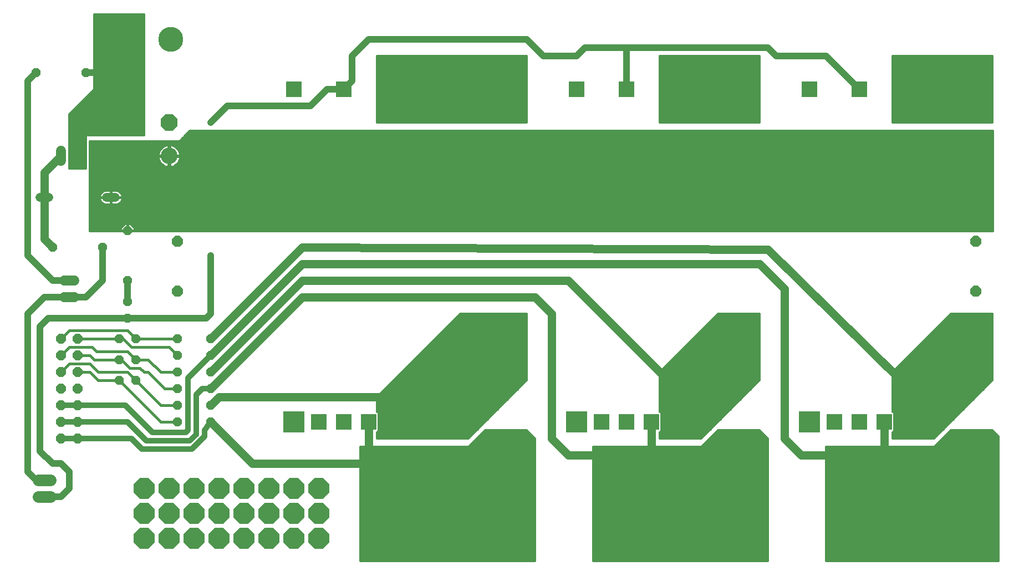
<source format=gtl>
G75*
%MOIN*%
%OFA0B0*%
%FSLAX25Y25*%
%IPPOS*%
%LPD*%
%AMOC8*
5,1,8,0,0,1.08239X$1,22.5*
%
%ADD10C,0.10000*%
%ADD11OC8,0.10000*%
%ADD12C,0.07050*%
%ADD13OC8,0.05200*%
%ADD14C,0.06000*%
%ADD15C,0.05200*%
%ADD16R,0.09449X0.09449*%
%ADD17R,0.12661X0.12661*%
%ADD18OC8,0.06600*%
%ADD19OC8,0.06000*%
%ADD20OC8,0.12500*%
%ADD21R,0.15000X0.15000*%
%ADD22C,0.15000*%
%ADD23C,0.07087*%
%ADD24C,0.04000*%
%ADD25C,0.01600*%
%ADD26C,0.03562*%
%ADD27C,0.01200*%
%ADD28C,0.05000*%
%ADD29C,0.03200*%
D10*
X0330000Y0510000D03*
D11*
X0330000Y0530000D03*
D12*
X0531475Y0540000D02*
X0538525Y0540000D01*
X0538525Y0560000D02*
X0531475Y0560000D01*
X0531475Y0500000D02*
X0538525Y0500000D01*
X0538525Y0480000D02*
X0531475Y0480000D01*
X0671475Y0480000D02*
X0678525Y0480000D01*
X0678525Y0500000D02*
X0671475Y0500000D01*
X0671475Y0540000D02*
X0678525Y0540000D01*
X0678525Y0560000D02*
X0671475Y0560000D01*
X0811475Y0560000D02*
X0818525Y0560000D01*
X0818525Y0540000D02*
X0811475Y0540000D01*
X0811475Y0500000D02*
X0818525Y0500000D01*
X0818525Y0480000D02*
X0811475Y0480000D01*
D13*
X0355000Y0400000D03*
X0355000Y0390000D03*
X0355000Y0380000D03*
X0355000Y0370000D03*
X0355000Y0360000D03*
X0355000Y0350000D03*
X0335000Y0350000D03*
X0335000Y0360000D03*
X0335000Y0370000D03*
X0335000Y0380000D03*
X0335000Y0390000D03*
X0335000Y0400000D03*
X0310000Y0400000D03*
X0300000Y0400000D03*
X0300000Y0387500D03*
X0310000Y0387500D03*
X0310000Y0375000D03*
X0300000Y0375000D03*
X0305000Y0412500D03*
X0305000Y0422500D03*
X0305000Y0435000D03*
X0290000Y0455000D03*
X0305000Y0465000D03*
X0260000Y0455000D03*
X0250000Y0560000D03*
X0280000Y0560000D03*
D14*
X0275000Y0513000D02*
X0275000Y0507000D01*
X0265000Y0507000D02*
X0265000Y0513000D01*
X0285000Y0513000D02*
X0285000Y0507000D01*
X0273000Y0435000D02*
X0267000Y0435000D01*
X0267000Y0425000D02*
X0273000Y0425000D01*
D15*
X0257600Y0485000D02*
X0252400Y0485000D01*
X0292400Y0485000D02*
X0297600Y0485000D01*
D16*
X0405000Y0550000D03*
X0435000Y0550000D03*
X0465000Y0550000D03*
X0575000Y0550000D03*
X0605000Y0550000D03*
X0635000Y0550000D03*
X0715000Y0550000D03*
X0745000Y0550000D03*
X0775000Y0550000D03*
X0760000Y0350000D03*
X0745000Y0350000D03*
X0730000Y0350000D03*
X0620000Y0350000D03*
X0605000Y0350000D03*
X0590000Y0350000D03*
X0450000Y0350000D03*
X0435000Y0350000D03*
X0420000Y0350000D03*
D17*
X0405000Y0350000D03*
X0465000Y0350000D03*
X0575000Y0350000D03*
X0635000Y0350000D03*
X0715000Y0350000D03*
X0775000Y0350000D03*
D18*
X0815000Y0428750D03*
X0815000Y0458750D03*
X0335000Y0458750D03*
X0335000Y0428750D03*
D19*
X0275000Y0400000D03*
X0275000Y0390000D03*
X0265000Y0390000D03*
X0265000Y0400000D03*
X0265000Y0380000D03*
X0265000Y0370000D03*
X0265000Y0360000D03*
X0265000Y0350000D03*
X0275000Y0350000D03*
X0275000Y0360000D03*
X0275000Y0370000D03*
X0275000Y0380000D03*
X0275000Y0340000D03*
X0265000Y0340000D03*
X0535000Y0315000D03*
X0535000Y0405000D03*
X0675000Y0405000D03*
X0675000Y0315000D03*
X0815000Y0315000D03*
X0815000Y0405000D03*
D20*
X0315000Y0280000D03*
X0315000Y0295000D03*
X0330000Y0295000D03*
X0330000Y0280000D03*
X0345000Y0280000D03*
X0345000Y0295000D03*
X0345000Y0310000D03*
X0330000Y0310000D03*
X0315000Y0310000D03*
X0360000Y0310000D03*
X0375000Y0310000D03*
X0375000Y0295000D03*
X0375000Y0280000D03*
X0360000Y0280000D03*
X0360000Y0295000D03*
X0390000Y0295000D03*
X0390000Y0280000D03*
X0405000Y0280000D03*
X0405000Y0295000D03*
X0405000Y0310000D03*
X0390000Y0310000D03*
X0420000Y0310000D03*
X0420000Y0295000D03*
X0420000Y0280000D03*
X0460000Y0280000D03*
X0460000Y0295000D03*
X0475000Y0295000D03*
X0475000Y0280000D03*
X0490000Y0280000D03*
X0490000Y0295000D03*
X0505000Y0295000D03*
X0505000Y0280000D03*
X0520000Y0280000D03*
X0520000Y0295000D03*
X0535000Y0295000D03*
X0535000Y0280000D03*
X0600000Y0280000D03*
X0600000Y0295000D03*
X0615000Y0295000D03*
X0615000Y0280000D03*
X0630000Y0280000D03*
X0630000Y0295000D03*
X0645000Y0295000D03*
X0645000Y0280000D03*
X0660000Y0280000D03*
X0660000Y0295000D03*
X0675000Y0295000D03*
X0675000Y0280000D03*
X0740000Y0280000D03*
X0740000Y0295000D03*
X0755000Y0295000D03*
X0755000Y0280000D03*
X0770000Y0280000D03*
X0770000Y0295000D03*
X0785000Y0295000D03*
X0785000Y0280000D03*
X0800000Y0280000D03*
X0800000Y0295000D03*
X0815000Y0295000D03*
X0815000Y0280000D03*
D21*
X0300000Y0580000D03*
D22*
X0331047Y0580000D03*
D23*
X0258543Y0315000D02*
X0251457Y0315000D01*
X0251457Y0305000D02*
X0258543Y0305000D01*
D24*
X0255000Y0305000D02*
X0265000Y0305000D01*
X0270000Y0310000D01*
X0270000Y0320000D01*
X0265000Y0325000D01*
X0260000Y0325000D01*
X0252500Y0332500D01*
X0252500Y0407500D01*
X0257500Y0412500D01*
X0305000Y0412500D01*
X0352500Y0412500D01*
X0355000Y0415000D01*
X0355000Y0450000D01*
X0305000Y0435000D02*
X0305000Y0422500D01*
X0290000Y0435000D02*
X0290000Y0455000D01*
X0290000Y0435000D02*
X0280000Y0425000D01*
X0270000Y0425000D01*
X0255000Y0425000D01*
X0245000Y0415000D01*
X0245000Y0320000D01*
X0250000Y0315000D01*
X0255000Y0315000D01*
X0260000Y0435000D02*
X0245000Y0450000D01*
X0245000Y0555000D01*
X0250000Y0560000D01*
X0280000Y0560000D02*
X0290000Y0560000D01*
X0355000Y0530000D02*
X0365000Y0540000D01*
X0415000Y0540000D01*
X0425000Y0550000D01*
X0435000Y0550000D01*
X0440000Y0555000D01*
X0440000Y0570000D01*
X0450000Y0580000D01*
X0545000Y0580000D01*
X0555000Y0570000D01*
X0575000Y0570000D01*
X0580000Y0575000D01*
X0605000Y0575000D01*
X0605000Y0550000D01*
X0605000Y0575000D02*
X0690000Y0575000D01*
X0695000Y0570000D01*
X0725000Y0570000D01*
X0745000Y0550000D01*
X0270000Y0435000D02*
X0260000Y0435000D01*
D25*
X0270000Y0405000D02*
X0265000Y0400000D01*
X0270000Y0395000D02*
X0265000Y0390000D01*
X0270000Y0395000D02*
X0283750Y0395000D01*
X0286250Y0392500D01*
X0305000Y0392500D01*
X0310000Y0387500D01*
X0317500Y0387500D01*
X0325000Y0380000D01*
X0335000Y0380000D01*
X0335000Y0370000D02*
X0327500Y0370000D01*
X0317500Y0380000D01*
X0315000Y0380000D01*
X0312500Y0382500D01*
X0306250Y0382500D01*
X0301250Y0387500D01*
X0300000Y0387500D01*
X0285000Y0387500D01*
X0282500Y0390000D01*
X0275000Y0390000D01*
X0270000Y0385000D02*
X0265000Y0380000D01*
X0270000Y0385000D02*
X0282500Y0385000D01*
X0287500Y0380000D01*
X0305000Y0380000D01*
X0310000Y0375000D01*
X0325000Y0360000D01*
X0335000Y0360000D01*
X0335000Y0350000D02*
X0325000Y0350000D01*
X0300000Y0375000D01*
X0287500Y0375000D01*
X0282500Y0380000D01*
X0275000Y0380000D01*
X0275000Y0400000D02*
X0300000Y0400000D01*
X0302500Y0400000D01*
X0307500Y0395000D01*
X0330000Y0395000D01*
X0335000Y0390000D01*
X0335000Y0400000D02*
X0310000Y0400000D01*
X0305000Y0405000D01*
X0270000Y0405000D01*
X0282500Y0465000D02*
X0282500Y0502887D01*
X0283157Y0502552D01*
X0283876Y0502318D01*
X0284622Y0502200D01*
X0284800Y0502200D01*
X0284800Y0509800D01*
X0285200Y0509800D01*
X0285200Y0510200D01*
X0289800Y0510200D01*
X0289800Y0513378D01*
X0289682Y0514124D01*
X0289448Y0514843D01*
X0289105Y0515516D01*
X0288661Y0516127D01*
X0288127Y0516661D01*
X0287516Y0517105D01*
X0286843Y0517448D01*
X0286124Y0517682D01*
X0285378Y0517800D01*
X0285200Y0517800D01*
X0285200Y0510200D01*
X0284800Y0510200D01*
X0284800Y0517800D01*
X0284622Y0517800D01*
X0283876Y0517682D01*
X0283157Y0517448D01*
X0282500Y0517113D01*
X0282500Y0518750D01*
X0336250Y0518750D01*
X0342500Y0525000D01*
X0825000Y0525000D01*
X0825000Y0465000D01*
X0305000Y0465000D01*
X0305000Y0465000D01*
X0305000Y0469400D01*
X0306823Y0469400D01*
X0309400Y0466823D01*
X0309400Y0465000D01*
X0305000Y0465000D01*
X0305000Y0465000D01*
X0282500Y0465000D01*
X0282500Y0466245D02*
X0300600Y0466245D01*
X0300600Y0466823D02*
X0300600Y0465000D01*
X0305000Y0465000D01*
X0305000Y0465000D01*
X0305000Y0469400D01*
X0303177Y0469400D01*
X0300600Y0466823D01*
X0301621Y0467844D02*
X0282500Y0467844D01*
X0282500Y0469442D02*
X0825000Y0469442D01*
X0825000Y0470000D02*
X0515000Y0470000D01*
X0515000Y0510000D01*
X0825000Y0510000D01*
X0825000Y0470000D01*
X0825000Y0471041D02*
X0515000Y0471041D01*
X0515000Y0472639D02*
X0825000Y0472639D01*
X0282500Y0472639D01*
X0282500Y0471041D02*
X0825000Y0471041D01*
X0825000Y0474238D02*
X0515000Y0474238D01*
X0515000Y0475836D02*
X0825000Y0475836D01*
X0821854Y0475836D01*
X0821994Y0475938D02*
X0822587Y0476531D01*
X0823079Y0477209D01*
X0823460Y0477956D01*
X0823719Y0478753D01*
X0823850Y0479581D01*
X0823850Y0479625D01*
X0815375Y0479625D01*
X0815375Y0480375D01*
X0814625Y0480375D01*
X0814625Y0485325D01*
X0811056Y0485325D01*
X0810228Y0485194D01*
X0809431Y0484935D01*
X0808684Y0484554D01*
X0808006Y0484062D01*
X0807413Y0483469D01*
X0806921Y0482791D01*
X0806540Y0482044D01*
X0806281Y0481247D01*
X0806150Y0480419D01*
X0806150Y0480375D01*
X0814625Y0480375D01*
X0814625Y0479625D01*
X0815375Y0479625D01*
X0815375Y0474675D01*
X0818944Y0474675D01*
X0819772Y0474806D01*
X0820569Y0475065D01*
X0821316Y0475446D01*
X0821994Y0475938D01*
X0823194Y0477435D02*
X0825000Y0477435D01*
X0515000Y0477435D01*
X0515000Y0479033D02*
X0825000Y0479033D01*
X0823763Y0479033D01*
X0823850Y0480375D02*
X0823850Y0480419D01*
X0823719Y0481247D01*
X0823460Y0482044D01*
X0823079Y0482791D01*
X0822587Y0483469D01*
X0821994Y0484062D01*
X0821316Y0484554D01*
X0820569Y0484935D01*
X0819772Y0485194D01*
X0818944Y0485325D01*
X0815375Y0485325D01*
X0815375Y0480375D01*
X0823850Y0480375D01*
X0823816Y0480632D02*
X0825000Y0480632D01*
X0515000Y0480632D01*
X0515000Y0482230D02*
X0825000Y0482230D01*
X0823365Y0482230D01*
X0822227Y0483829D02*
X0825000Y0483829D01*
X0515000Y0483829D01*
X0515000Y0485427D02*
X0825000Y0485427D01*
X0301987Y0485427D01*
X0302000Y0485346D02*
X0301892Y0486030D01*
X0301678Y0486689D01*
X0301363Y0487306D01*
X0300956Y0487866D01*
X0300466Y0488356D01*
X0299906Y0488763D01*
X0299289Y0489078D01*
X0298630Y0489292D01*
X0297946Y0489400D01*
X0295000Y0489400D01*
X0295000Y0485000D01*
X0295000Y0485000D01*
X0302000Y0485000D01*
X0302000Y0485346D01*
X0302000Y0485000D02*
X0295000Y0485000D01*
X0295000Y0485000D01*
X0295000Y0489400D01*
X0292054Y0489400D01*
X0291370Y0489292D01*
X0290711Y0489078D01*
X0290094Y0488763D01*
X0289534Y0488356D01*
X0289044Y0487866D01*
X0288637Y0487306D01*
X0288322Y0486689D01*
X0288108Y0486030D01*
X0288000Y0485346D01*
X0288000Y0485000D01*
X0295000Y0485000D01*
X0295000Y0480600D01*
X0297946Y0480600D01*
X0298630Y0480708D01*
X0299289Y0480922D01*
X0299906Y0481237D01*
X0300466Y0481644D01*
X0300956Y0482134D01*
X0301363Y0482694D01*
X0301678Y0483311D01*
X0301892Y0483970D01*
X0302000Y0484654D01*
X0302000Y0485000D01*
X0301846Y0483829D02*
X0527773Y0483829D01*
X0528006Y0484062D02*
X0527413Y0483469D01*
X0526921Y0482791D01*
X0526540Y0482044D01*
X0526281Y0481247D01*
X0526150Y0480419D01*
X0526150Y0480375D01*
X0534625Y0480375D01*
X0534625Y0485325D01*
X0531056Y0485325D01*
X0530228Y0485194D01*
X0529431Y0484935D01*
X0528684Y0484554D01*
X0528006Y0484062D01*
X0526635Y0482230D02*
X0301026Y0482230D01*
X0298147Y0480632D02*
X0526184Y0480632D01*
X0526150Y0479625D02*
X0526150Y0479581D01*
X0526281Y0478753D01*
X0526540Y0477956D01*
X0526921Y0477209D01*
X0527413Y0476531D01*
X0528006Y0475938D01*
X0528684Y0475446D01*
X0529431Y0475065D01*
X0530228Y0474806D01*
X0531056Y0474675D01*
X0534625Y0474675D01*
X0534625Y0479625D01*
X0535375Y0479625D01*
X0535375Y0480375D01*
X0534625Y0480375D01*
X0534625Y0479625D01*
X0526150Y0479625D01*
X0526237Y0479033D02*
X0282500Y0479033D01*
X0282500Y0477435D02*
X0526806Y0477435D01*
X0528146Y0475836D02*
X0282500Y0475836D01*
X0282500Y0474238D02*
X0825000Y0474238D01*
X0825000Y0467844D02*
X0308379Y0467844D01*
X0309400Y0466245D02*
X0825000Y0466245D01*
X0814625Y0474675D02*
X0814625Y0479625D01*
X0806150Y0479625D01*
X0806150Y0479581D01*
X0806281Y0478753D01*
X0806540Y0477956D01*
X0806921Y0477209D01*
X0807413Y0476531D01*
X0808006Y0475938D01*
X0808684Y0475446D01*
X0809431Y0475065D01*
X0810228Y0474806D01*
X0811056Y0474675D01*
X0814625Y0474675D01*
X0814625Y0475836D02*
X0815375Y0475836D01*
X0815375Y0477435D02*
X0814625Y0477435D01*
X0814625Y0479033D02*
X0815375Y0479033D01*
X0815375Y0480632D02*
X0814625Y0480632D01*
X0814625Y0482230D02*
X0815375Y0482230D01*
X0815375Y0483829D02*
X0814625Y0483829D01*
X0807773Y0483829D02*
X0682227Y0483829D01*
X0681994Y0484062D02*
X0681316Y0484554D01*
X0680569Y0484935D01*
X0679772Y0485194D01*
X0678944Y0485325D01*
X0675375Y0485325D01*
X0675375Y0480375D01*
X0674625Y0480375D01*
X0674625Y0485325D01*
X0671056Y0485325D01*
X0670228Y0485194D01*
X0669431Y0484935D01*
X0668684Y0484554D01*
X0668006Y0484062D01*
X0667413Y0483469D01*
X0666921Y0482791D01*
X0666540Y0482044D01*
X0666281Y0481247D01*
X0666150Y0480419D01*
X0666150Y0480375D01*
X0674625Y0480375D01*
X0674625Y0479625D01*
X0675375Y0479625D01*
X0675375Y0480375D01*
X0683850Y0480375D01*
X0683850Y0480419D01*
X0683719Y0481247D01*
X0683460Y0482044D01*
X0683079Y0482791D01*
X0682587Y0483469D01*
X0681994Y0484062D01*
X0683365Y0482230D02*
X0806635Y0482230D01*
X0806184Y0480632D02*
X0683816Y0480632D01*
X0683850Y0479625D02*
X0675375Y0479625D01*
X0675375Y0474675D01*
X0678944Y0474675D01*
X0679772Y0474806D01*
X0680569Y0475065D01*
X0681316Y0475446D01*
X0681994Y0475938D01*
X0682587Y0476531D01*
X0683079Y0477209D01*
X0683460Y0477956D01*
X0683719Y0478753D01*
X0683850Y0479581D01*
X0683850Y0479625D01*
X0683763Y0479033D02*
X0806237Y0479033D01*
X0806806Y0477435D02*
X0683194Y0477435D01*
X0681854Y0475836D02*
X0808146Y0475836D01*
X0825000Y0487026D02*
X0515000Y0487026D01*
X0515000Y0488624D02*
X0825000Y0488624D01*
X0300097Y0488624D01*
X0301506Y0487026D02*
X0825000Y0487026D01*
X0825000Y0490223D02*
X0515000Y0490223D01*
X0515000Y0491821D02*
X0825000Y0491821D01*
X0282500Y0491821D01*
X0282500Y0490223D02*
X0825000Y0490223D01*
X0825000Y0493420D02*
X0515000Y0493420D01*
X0515000Y0495018D02*
X0825000Y0495018D01*
X0820425Y0495018D01*
X0820569Y0495065D02*
X0821316Y0495446D01*
X0821994Y0495938D01*
X0822587Y0496531D01*
X0823079Y0497209D01*
X0823460Y0497956D01*
X0823719Y0498753D01*
X0823850Y0499581D01*
X0823850Y0499625D01*
X0815375Y0499625D01*
X0815375Y0500375D01*
X0814625Y0500375D01*
X0814625Y0505325D01*
X0811056Y0505325D01*
X0810228Y0505194D01*
X0809431Y0504935D01*
X0808684Y0504554D01*
X0808006Y0504062D01*
X0807413Y0503469D01*
X0806921Y0502791D01*
X0806540Y0502044D01*
X0806281Y0501247D01*
X0806150Y0500419D01*
X0806150Y0500375D01*
X0814625Y0500375D01*
X0814625Y0499625D01*
X0815375Y0499625D01*
X0815375Y0494675D01*
X0818944Y0494675D01*
X0819772Y0494806D01*
X0820569Y0495065D01*
X0822649Y0496617D02*
X0825000Y0496617D01*
X0515000Y0496617D01*
X0515000Y0498215D02*
X0825000Y0498215D01*
X0823544Y0498215D01*
X0825000Y0499814D02*
X0515000Y0499814D01*
X0515000Y0501412D02*
X0825000Y0501412D01*
X0823665Y0501412D01*
X0823719Y0501247D02*
X0823460Y0502044D01*
X0823079Y0502791D01*
X0822587Y0503469D01*
X0821994Y0504062D01*
X0821316Y0504554D01*
X0820569Y0504935D01*
X0819772Y0505194D01*
X0818944Y0505325D01*
X0815375Y0505325D01*
X0815375Y0500375D01*
X0823850Y0500375D01*
X0823850Y0500419D01*
X0823719Y0501247D01*
X0825000Y0499814D02*
X0815375Y0499814D01*
X0814625Y0499814D02*
X0675375Y0499814D01*
X0675375Y0499625D02*
X0675375Y0500375D01*
X0674625Y0500375D01*
X0674625Y0505325D01*
X0671056Y0505325D01*
X0670228Y0505194D01*
X0669431Y0504935D01*
X0668684Y0504554D01*
X0668006Y0504062D01*
X0667413Y0503469D01*
X0666921Y0502791D01*
X0666540Y0502044D01*
X0666281Y0501247D01*
X0666150Y0500419D01*
X0666150Y0500375D01*
X0674625Y0500375D01*
X0674625Y0499625D01*
X0675375Y0499625D01*
X0683850Y0499625D01*
X0683850Y0499581D01*
X0683719Y0498753D01*
X0683460Y0497956D01*
X0683079Y0497209D01*
X0682587Y0496531D01*
X0681994Y0495938D01*
X0681316Y0495446D01*
X0680569Y0495065D01*
X0679772Y0494806D01*
X0678944Y0494675D01*
X0675375Y0494675D01*
X0675375Y0499625D01*
X0675375Y0500375D02*
X0683850Y0500375D01*
X0683850Y0500419D01*
X0683719Y0501247D01*
X0683460Y0502044D01*
X0683079Y0502791D01*
X0682587Y0503469D01*
X0681994Y0504062D01*
X0681316Y0504554D01*
X0680569Y0504935D01*
X0679772Y0505194D01*
X0678944Y0505325D01*
X0675375Y0505325D01*
X0675375Y0500375D01*
X0674625Y0499814D02*
X0535375Y0499814D01*
X0535375Y0499625D02*
X0535375Y0500375D01*
X0534625Y0500375D01*
X0534625Y0505325D01*
X0531056Y0505325D01*
X0530228Y0505194D01*
X0529431Y0504935D01*
X0528684Y0504554D01*
X0528006Y0504062D01*
X0527413Y0503469D01*
X0526921Y0502791D01*
X0526540Y0502044D01*
X0526281Y0501247D01*
X0526150Y0500419D01*
X0526150Y0500375D01*
X0534625Y0500375D01*
X0534625Y0499625D01*
X0535375Y0499625D01*
X0543850Y0499625D01*
X0543850Y0499581D01*
X0543719Y0498753D01*
X0543460Y0497956D01*
X0543079Y0497209D01*
X0542587Y0496531D01*
X0541994Y0495938D01*
X0541316Y0495446D01*
X0540569Y0495065D01*
X0539772Y0494806D01*
X0538944Y0494675D01*
X0535375Y0494675D01*
X0535375Y0499625D01*
X0535375Y0500375D02*
X0543850Y0500375D01*
X0543850Y0500419D01*
X0543719Y0501247D01*
X0543460Y0502044D01*
X0543079Y0502791D01*
X0542587Y0503469D01*
X0541994Y0504062D01*
X0541316Y0504554D01*
X0540569Y0504935D01*
X0539772Y0505194D01*
X0538944Y0505325D01*
X0535375Y0505325D01*
X0535375Y0500375D01*
X0534625Y0499814D02*
X0282500Y0499814D01*
X0282500Y0500000D02*
X0282500Y0517500D01*
X0283750Y0518750D01*
X0295000Y0518750D01*
X0295000Y0500000D01*
X0282500Y0500000D01*
X0282500Y0501412D02*
X0295000Y0501412D01*
X0295000Y0503011D02*
X0282500Y0503011D01*
X0282500Y0504609D02*
X0295000Y0504609D01*
X0295000Y0506208D02*
X0282500Y0506208D01*
X0282500Y0507806D02*
X0295000Y0507806D01*
X0295000Y0509405D02*
X0282500Y0509405D01*
X0282500Y0511003D02*
X0295000Y0511003D01*
X0295000Y0512602D02*
X0282500Y0512602D01*
X0282500Y0514201D02*
X0295000Y0514201D01*
X0295000Y0515799D02*
X0282500Y0515799D01*
X0282500Y0517398D02*
X0295000Y0517398D01*
X0289657Y0514201D02*
X0324652Y0514201D01*
X0324877Y0514493D02*
X0324334Y0513786D01*
X0323888Y0513014D01*
X0323547Y0512190D01*
X0323316Y0511329D01*
X0323200Y0510446D01*
X0323200Y0510200D01*
X0329800Y0510200D01*
X0329800Y0516800D01*
X0329554Y0516800D01*
X0328671Y0516684D01*
X0327810Y0516453D01*
X0326986Y0516112D01*
X0326214Y0515666D01*
X0325507Y0515123D01*
X0324877Y0514493D01*
X0326444Y0515799D02*
X0288899Y0515799D01*
X0286942Y0517398D02*
X0825000Y0517398D01*
X0825000Y0518996D02*
X0336496Y0518996D01*
X0338095Y0520595D02*
X0825000Y0520595D01*
X0825000Y0522193D02*
X0339693Y0522193D01*
X0341292Y0523792D02*
X0825000Y0523792D01*
X0825000Y0515799D02*
X0333556Y0515799D01*
X0333786Y0515666D02*
X0333014Y0516112D01*
X0332190Y0516453D01*
X0331329Y0516684D01*
X0330446Y0516800D01*
X0330200Y0516800D01*
X0330200Y0510200D01*
X0329800Y0510200D01*
X0329800Y0509800D01*
X0323200Y0509800D01*
X0323200Y0509554D01*
X0323316Y0508671D01*
X0323547Y0507810D01*
X0323888Y0506986D01*
X0324334Y0506214D01*
X0324877Y0505507D01*
X0325507Y0504877D01*
X0326214Y0504334D01*
X0326986Y0503888D01*
X0327810Y0503547D01*
X0328671Y0503316D01*
X0329554Y0503200D01*
X0329800Y0503200D01*
X0329800Y0509800D01*
X0330200Y0509800D01*
X0330200Y0510200D01*
X0336800Y0510200D01*
X0336800Y0510446D01*
X0336684Y0511329D01*
X0336453Y0512190D01*
X0336112Y0513014D01*
X0335666Y0513786D01*
X0335123Y0514493D01*
X0334493Y0515123D01*
X0333786Y0515666D01*
X0335348Y0514201D02*
X0825000Y0514201D01*
X0825000Y0512602D02*
X0336282Y0512602D01*
X0336727Y0511003D02*
X0825000Y0511003D01*
X0825000Y0509405D02*
X0515000Y0509405D01*
X0515000Y0507806D02*
X0825000Y0507806D01*
X0336452Y0507806D01*
X0336453Y0507810D02*
X0336684Y0508671D01*
X0336800Y0509554D01*
X0336800Y0509800D01*
X0330200Y0509800D01*
X0330200Y0503200D01*
X0330446Y0503200D01*
X0331329Y0503316D01*
X0332190Y0503547D01*
X0333014Y0503888D01*
X0333786Y0504334D01*
X0334493Y0504877D01*
X0335123Y0505507D01*
X0335666Y0506214D01*
X0336112Y0506986D01*
X0336453Y0507810D01*
X0336780Y0509405D02*
X0825000Y0509405D01*
X0825000Y0506208D02*
X0515000Y0506208D01*
X0515000Y0504609D02*
X0825000Y0504609D01*
X0821208Y0504609D01*
X0822919Y0503011D02*
X0825000Y0503011D01*
X0515000Y0503011D01*
X0526335Y0501412D02*
X0282500Y0501412D01*
X0284800Y0503011D02*
X0285200Y0503011D01*
X0285200Y0502200D02*
X0285378Y0502200D01*
X0286124Y0502318D01*
X0286843Y0502552D01*
X0287516Y0502895D01*
X0288127Y0503339D01*
X0288661Y0503873D01*
X0289105Y0504484D01*
X0289448Y0505157D01*
X0289682Y0505876D01*
X0289800Y0506622D01*
X0289800Y0509800D01*
X0285200Y0509800D01*
X0285200Y0502200D01*
X0285200Y0504609D02*
X0284800Y0504609D01*
X0284800Y0506208D02*
X0285200Y0506208D01*
X0285200Y0507806D02*
X0284800Y0507806D01*
X0284800Y0509405D02*
X0285200Y0509405D01*
X0285200Y0511003D02*
X0284800Y0511003D01*
X0284800Y0512602D02*
X0285200Y0512602D01*
X0285200Y0514201D02*
X0284800Y0514201D01*
X0284800Y0515799D02*
X0285200Y0515799D01*
X0285200Y0517398D02*
X0284800Y0517398D01*
X0283058Y0517398D02*
X0282500Y0517398D01*
X0289800Y0512602D02*
X0323718Y0512602D01*
X0323273Y0511003D02*
X0289800Y0511003D01*
X0289800Y0509405D02*
X0323220Y0509405D01*
X0323548Y0507806D02*
X0289800Y0507806D01*
X0289734Y0506208D02*
X0324339Y0506208D01*
X0325855Y0504609D02*
X0289169Y0504609D01*
X0287676Y0503011D02*
X0527081Y0503011D01*
X0528792Y0504609D02*
X0334145Y0504609D01*
X0335661Y0506208D02*
X0825000Y0506208D01*
X0815375Y0504609D02*
X0814625Y0504609D01*
X0814625Y0503011D02*
X0815375Y0503011D01*
X0815375Y0501412D02*
X0814625Y0501412D01*
X0814625Y0499625D02*
X0806150Y0499625D01*
X0806150Y0499581D01*
X0806281Y0498753D01*
X0806540Y0497956D01*
X0806921Y0497209D01*
X0807413Y0496531D01*
X0808006Y0495938D01*
X0808684Y0495446D01*
X0809431Y0495065D01*
X0810228Y0494806D01*
X0811056Y0494675D01*
X0814625Y0494675D01*
X0814625Y0499625D01*
X0814625Y0498215D02*
X0815375Y0498215D01*
X0815375Y0496617D02*
X0814625Y0496617D01*
X0814625Y0495018D02*
X0815375Y0495018D01*
X0809575Y0495018D02*
X0680425Y0495018D01*
X0682649Y0496617D02*
X0807351Y0496617D01*
X0806456Y0498215D02*
X0683544Y0498215D01*
X0683665Y0501412D02*
X0806335Y0501412D01*
X0807081Y0503011D02*
X0682919Y0503011D01*
X0681208Y0504609D02*
X0808792Y0504609D01*
X0825000Y0493420D02*
X0282500Y0493420D01*
X0282500Y0495018D02*
X0529575Y0495018D01*
X0529431Y0495065D02*
X0530228Y0494806D01*
X0531056Y0494675D01*
X0534625Y0494675D01*
X0534625Y0499625D01*
X0526150Y0499625D01*
X0526150Y0499581D01*
X0526281Y0498753D01*
X0526540Y0497956D01*
X0526921Y0497209D01*
X0527413Y0496531D01*
X0528006Y0495938D01*
X0528684Y0495446D01*
X0529431Y0495065D01*
X0527351Y0496617D02*
X0282500Y0496617D01*
X0282500Y0498215D02*
X0526456Y0498215D01*
X0534625Y0498215D02*
X0535375Y0498215D01*
X0535375Y0496617D02*
X0534625Y0496617D01*
X0534625Y0495018D02*
X0535375Y0495018D01*
X0540425Y0495018D02*
X0669575Y0495018D01*
X0669431Y0495065D02*
X0670228Y0494806D01*
X0671056Y0494675D01*
X0674625Y0494675D01*
X0674625Y0499625D01*
X0666150Y0499625D01*
X0666150Y0499581D01*
X0666281Y0498753D01*
X0666540Y0497956D01*
X0666921Y0497209D01*
X0667413Y0496531D01*
X0668006Y0495938D01*
X0668684Y0495446D01*
X0669431Y0495065D01*
X0667351Y0496617D02*
X0542649Y0496617D01*
X0543544Y0498215D02*
X0666456Y0498215D01*
X0666335Y0501412D02*
X0543665Y0501412D01*
X0542919Y0503011D02*
X0667081Y0503011D01*
X0668792Y0504609D02*
X0541208Y0504609D01*
X0535375Y0504609D02*
X0534625Y0504609D01*
X0534625Y0503011D02*
X0535375Y0503011D01*
X0535375Y0501412D02*
X0534625Y0501412D01*
X0535375Y0485325D02*
X0535375Y0480375D01*
X0543850Y0480375D01*
X0543850Y0480419D01*
X0543719Y0481247D01*
X0543460Y0482044D01*
X0543079Y0482791D01*
X0542587Y0483469D01*
X0541994Y0484062D01*
X0541316Y0484554D01*
X0540569Y0484935D01*
X0539772Y0485194D01*
X0538944Y0485325D01*
X0535375Y0485325D01*
X0535375Y0483829D02*
X0534625Y0483829D01*
X0534625Y0482230D02*
X0535375Y0482230D01*
X0535375Y0480632D02*
X0534625Y0480632D01*
X0535375Y0479625D02*
X0543850Y0479625D01*
X0543850Y0479581D01*
X0543719Y0478753D01*
X0543460Y0477956D01*
X0543079Y0477209D01*
X0542587Y0476531D01*
X0541994Y0475938D01*
X0541316Y0475446D01*
X0540569Y0475065D01*
X0539772Y0474806D01*
X0538944Y0474675D01*
X0535375Y0474675D01*
X0535375Y0479625D01*
X0535375Y0479033D02*
X0534625Y0479033D01*
X0534625Y0477435D02*
X0535375Y0477435D01*
X0535375Y0475836D02*
X0534625Y0475836D01*
X0541854Y0475836D02*
X0668146Y0475836D01*
X0668006Y0475938D02*
X0668684Y0475446D01*
X0669431Y0475065D01*
X0670228Y0474806D01*
X0671056Y0474675D01*
X0674625Y0474675D01*
X0674625Y0479625D01*
X0666150Y0479625D01*
X0666150Y0479581D01*
X0666281Y0478753D01*
X0666540Y0477956D01*
X0666921Y0477209D01*
X0667413Y0476531D01*
X0668006Y0475938D01*
X0666806Y0477435D02*
X0543194Y0477435D01*
X0543763Y0479033D02*
X0666237Y0479033D01*
X0666184Y0480632D02*
X0543816Y0480632D01*
X0543365Y0482230D02*
X0666635Y0482230D01*
X0667773Y0483829D02*
X0542227Y0483829D01*
X0674625Y0483829D02*
X0675375Y0483829D01*
X0675375Y0482230D02*
X0674625Y0482230D01*
X0674625Y0480632D02*
X0675375Y0480632D01*
X0675375Y0479033D02*
X0674625Y0479033D01*
X0674625Y0477435D02*
X0675375Y0477435D01*
X0675375Y0475836D02*
X0674625Y0475836D01*
X0674625Y0495018D02*
X0675375Y0495018D01*
X0675375Y0496617D02*
X0674625Y0496617D01*
X0674625Y0498215D02*
X0675375Y0498215D01*
X0675375Y0501412D02*
X0674625Y0501412D01*
X0674625Y0503011D02*
X0675375Y0503011D01*
X0675375Y0504609D02*
X0674625Y0504609D01*
X0455000Y0330000D02*
X0450000Y0330000D01*
X0305000Y0466245D02*
X0305000Y0466245D01*
X0305000Y0467844D02*
X0305000Y0467844D01*
X0295000Y0480600D02*
X0295000Y0485000D01*
X0295000Y0485000D01*
X0295000Y0485000D01*
X0288000Y0485000D01*
X0288000Y0484654D01*
X0288108Y0483970D01*
X0288322Y0483311D01*
X0288637Y0482694D01*
X0289044Y0482134D01*
X0289534Y0481644D01*
X0290094Y0481237D01*
X0290711Y0480922D01*
X0291370Y0480708D01*
X0292054Y0480600D01*
X0295000Y0480600D01*
X0295000Y0480632D02*
X0295000Y0480632D01*
X0295000Y0482230D02*
X0295000Y0482230D01*
X0295000Y0483829D02*
X0295000Y0483829D01*
X0295000Y0485427D02*
X0295000Y0485427D01*
X0295000Y0487026D02*
X0295000Y0487026D01*
X0295000Y0488624D02*
X0295000Y0488624D01*
X0289903Y0488624D02*
X0282500Y0488624D01*
X0282500Y0487026D02*
X0288494Y0487026D01*
X0288013Y0485427D02*
X0282500Y0485427D01*
X0282500Y0483829D02*
X0288154Y0483829D01*
X0288974Y0482230D02*
X0282500Y0482230D01*
X0282500Y0480632D02*
X0291853Y0480632D01*
X0329800Y0504609D02*
X0330200Y0504609D01*
X0330200Y0506208D02*
X0329800Y0506208D01*
X0329800Y0507806D02*
X0330200Y0507806D01*
X0330200Y0509405D02*
X0329800Y0509405D01*
X0329800Y0511003D02*
X0330200Y0511003D01*
X0330200Y0512602D02*
X0329800Y0512602D01*
X0329800Y0514201D02*
X0330200Y0514201D01*
X0330200Y0515799D02*
X0329800Y0515799D01*
D26*
X0355000Y0530000D03*
X0355000Y0450000D03*
D27*
X0280000Y0502500D02*
X0270000Y0502500D01*
X0270000Y0535000D01*
X0285000Y0550000D01*
X0285000Y0595000D01*
X0315000Y0595000D01*
X0315000Y0522500D01*
X0280000Y0522500D01*
X0280000Y0502500D01*
X0280000Y0502548D02*
X0270000Y0502548D01*
X0270000Y0503747D02*
X0280000Y0503747D01*
X0280000Y0504945D02*
X0270000Y0504945D01*
X0270000Y0506144D02*
X0280000Y0506144D01*
X0280000Y0507342D02*
X0270000Y0507342D01*
X0270000Y0508541D02*
X0280000Y0508541D01*
X0280000Y0509739D02*
X0270000Y0509739D01*
X0270000Y0510938D02*
X0280000Y0510938D01*
X0280000Y0512137D02*
X0270000Y0512137D01*
X0270000Y0513335D02*
X0280000Y0513335D01*
X0280000Y0514534D02*
X0270000Y0514534D01*
X0270000Y0515732D02*
X0280000Y0515732D01*
X0280000Y0516931D02*
X0270000Y0516931D01*
X0270000Y0518129D02*
X0280000Y0518129D01*
X0280000Y0519328D02*
X0270000Y0519328D01*
X0270000Y0520526D02*
X0280000Y0520526D01*
X0280000Y0521725D02*
X0270000Y0521725D01*
X0270000Y0522923D02*
X0315000Y0522923D01*
X0315000Y0524122D02*
X0270000Y0524122D01*
X0270000Y0525320D02*
X0315000Y0525320D01*
X0315000Y0526519D02*
X0270000Y0526519D01*
X0270000Y0527717D02*
X0315000Y0527717D01*
X0315000Y0528916D02*
X0270000Y0528916D01*
X0270000Y0530114D02*
X0315000Y0530114D01*
X0315000Y0531313D02*
X0270000Y0531313D01*
X0270000Y0532511D02*
X0315000Y0532511D01*
X0315000Y0533710D02*
X0270000Y0533710D01*
X0270000Y0534908D02*
X0315000Y0534908D01*
X0315000Y0536107D02*
X0271107Y0536107D01*
X0272305Y0537305D02*
X0315000Y0537305D01*
X0315000Y0538504D02*
X0273504Y0538504D01*
X0274702Y0539702D02*
X0315000Y0539702D01*
X0315000Y0540901D02*
X0275901Y0540901D01*
X0277099Y0542099D02*
X0315000Y0542099D01*
X0315000Y0543298D02*
X0278298Y0543298D01*
X0279496Y0544496D02*
X0315000Y0544496D01*
X0315000Y0545695D02*
X0280695Y0545695D01*
X0281893Y0546893D02*
X0315000Y0546893D01*
X0315000Y0548092D02*
X0283092Y0548092D01*
X0284290Y0549290D02*
X0315000Y0549290D01*
X0315000Y0550489D02*
X0285000Y0550489D01*
X0285000Y0551687D02*
X0315000Y0551687D01*
X0315000Y0552886D02*
X0285000Y0552886D01*
X0285000Y0554084D02*
X0315000Y0554084D01*
X0315000Y0555283D02*
X0285000Y0555283D01*
X0285000Y0556481D02*
X0315000Y0556481D01*
X0315000Y0557680D02*
X0285000Y0557680D01*
X0285000Y0558878D02*
X0315000Y0558878D01*
X0315000Y0560077D02*
X0285000Y0560077D01*
X0285000Y0561275D02*
X0315000Y0561275D01*
X0315000Y0562474D02*
X0285000Y0562474D01*
X0285000Y0563672D02*
X0315000Y0563672D01*
X0315000Y0564871D02*
X0285000Y0564871D01*
X0285000Y0566070D02*
X0315000Y0566070D01*
X0315000Y0567268D02*
X0285000Y0567268D01*
X0285000Y0568467D02*
X0315000Y0568467D01*
X0315000Y0569665D02*
X0285000Y0569665D01*
X0285000Y0570864D02*
X0315000Y0570864D01*
X0315000Y0572062D02*
X0285000Y0572062D01*
X0285000Y0573261D02*
X0315000Y0573261D01*
X0315000Y0574459D02*
X0285000Y0574459D01*
X0285000Y0575658D02*
X0315000Y0575658D01*
X0315000Y0576856D02*
X0285000Y0576856D01*
X0285000Y0578055D02*
X0315000Y0578055D01*
X0315000Y0579253D02*
X0285000Y0579253D01*
X0285000Y0580452D02*
X0315000Y0580452D01*
X0315000Y0581650D02*
X0285000Y0581650D01*
X0285000Y0582849D02*
X0315000Y0582849D01*
X0315000Y0584047D02*
X0285000Y0584047D01*
X0285000Y0585246D02*
X0315000Y0585246D01*
X0315000Y0586444D02*
X0285000Y0586444D01*
X0285000Y0587643D02*
X0315000Y0587643D01*
X0315000Y0588841D02*
X0285000Y0588841D01*
X0285000Y0590040D02*
X0315000Y0590040D01*
X0315000Y0591238D02*
X0285000Y0591238D01*
X0285000Y0592437D02*
X0315000Y0592437D01*
X0315000Y0593635D02*
X0285000Y0593635D01*
X0285000Y0594834D02*
X0315000Y0594834D01*
X0455000Y0570000D02*
X0455000Y0530000D01*
X0545000Y0530000D01*
X0545000Y0570000D01*
X0455000Y0570000D01*
X0455000Y0569665D02*
X0545000Y0569665D01*
X0545000Y0568467D02*
X0455000Y0568467D01*
X0455000Y0567268D02*
X0545000Y0567268D01*
X0545000Y0566070D02*
X0455000Y0566070D01*
X0455000Y0564871D02*
X0545000Y0564871D01*
X0545000Y0563672D02*
X0455000Y0563672D01*
X0455000Y0562474D02*
X0545000Y0562474D01*
X0545000Y0561275D02*
X0455000Y0561275D01*
X0455000Y0560077D02*
X0545000Y0560077D01*
X0545000Y0558878D02*
X0455000Y0558878D01*
X0455000Y0557680D02*
X0545000Y0557680D01*
X0545000Y0556481D02*
X0455000Y0556481D01*
X0455000Y0555283D02*
X0545000Y0555283D01*
X0545000Y0554084D02*
X0455000Y0554084D01*
X0455000Y0552886D02*
X0545000Y0552886D01*
X0545000Y0551687D02*
X0455000Y0551687D01*
X0455000Y0550489D02*
X0545000Y0550489D01*
X0545000Y0549290D02*
X0455000Y0549290D01*
X0455000Y0548092D02*
X0545000Y0548092D01*
X0545000Y0546893D02*
X0455000Y0546893D01*
X0455000Y0545695D02*
X0545000Y0545695D01*
X0545000Y0544496D02*
X0455000Y0544496D01*
X0455000Y0543298D02*
X0545000Y0543298D01*
X0545000Y0542099D02*
X0455000Y0542099D01*
X0455000Y0540901D02*
X0545000Y0540901D01*
X0545000Y0539702D02*
X0455000Y0539702D01*
X0455000Y0538504D02*
X0545000Y0538504D01*
X0545000Y0537305D02*
X0455000Y0537305D01*
X0455000Y0536107D02*
X0545000Y0536107D01*
X0545000Y0534908D02*
X0455000Y0534908D01*
X0455000Y0533710D02*
X0545000Y0533710D01*
X0545000Y0532511D02*
X0455000Y0532511D01*
X0455000Y0531313D02*
X0545000Y0531313D01*
X0545000Y0530114D02*
X0455000Y0530114D01*
X0505000Y0415000D02*
X0545000Y0415000D01*
X0545000Y0375000D01*
X0510000Y0340000D01*
X0455000Y0340000D01*
X0455000Y0343869D01*
X0455307Y0343869D01*
X0456131Y0344693D01*
X0456131Y0355307D01*
X0455307Y0356131D01*
X0455000Y0356131D01*
X0455000Y0365000D01*
X0505000Y0415000D01*
X0503859Y0413859D02*
X0545000Y0413859D01*
X0545000Y0412660D02*
X0502660Y0412660D01*
X0501462Y0411462D02*
X0545000Y0411462D01*
X0545000Y0410263D02*
X0500263Y0410263D01*
X0499065Y0409065D02*
X0545000Y0409065D01*
X0545000Y0407866D02*
X0497866Y0407866D01*
X0496668Y0406668D02*
X0545000Y0406668D01*
X0545000Y0405469D02*
X0495469Y0405469D01*
X0494270Y0404270D02*
X0545000Y0404270D01*
X0545000Y0403072D02*
X0493072Y0403072D01*
X0491873Y0401873D02*
X0545000Y0401873D01*
X0545000Y0400675D02*
X0490675Y0400675D01*
X0489476Y0399476D02*
X0545000Y0399476D01*
X0545000Y0398278D02*
X0488278Y0398278D01*
X0487079Y0397079D02*
X0545000Y0397079D01*
X0545000Y0395881D02*
X0485881Y0395881D01*
X0484682Y0394682D02*
X0545000Y0394682D01*
X0545000Y0393484D02*
X0483484Y0393484D01*
X0482285Y0392285D02*
X0545000Y0392285D01*
X0545000Y0391087D02*
X0481087Y0391087D01*
X0479888Y0389888D02*
X0545000Y0389888D01*
X0545000Y0388690D02*
X0478690Y0388690D01*
X0477491Y0387491D02*
X0545000Y0387491D01*
X0545000Y0386293D02*
X0476293Y0386293D01*
X0475094Y0385094D02*
X0545000Y0385094D01*
X0545000Y0383896D02*
X0473896Y0383896D01*
X0472697Y0382697D02*
X0545000Y0382697D01*
X0545000Y0381499D02*
X0471499Y0381499D01*
X0470300Y0380300D02*
X0545000Y0380300D01*
X0545000Y0379102D02*
X0469102Y0379102D01*
X0467903Y0377903D02*
X0545000Y0377903D01*
X0545000Y0376705D02*
X0466705Y0376705D01*
X0465506Y0375506D02*
X0545000Y0375506D01*
X0544308Y0374308D02*
X0464308Y0374308D01*
X0463109Y0373109D02*
X0543109Y0373109D01*
X0541911Y0371911D02*
X0461911Y0371911D01*
X0460712Y0370712D02*
X0540712Y0370712D01*
X0539514Y0369514D02*
X0459514Y0369514D01*
X0458315Y0368315D02*
X0538315Y0368315D01*
X0537117Y0367117D02*
X0457117Y0367117D01*
X0455918Y0365918D02*
X0535918Y0365918D01*
X0534720Y0364720D02*
X0455000Y0364720D01*
X0455000Y0363521D02*
X0533521Y0363521D01*
X0532323Y0362323D02*
X0455000Y0362323D01*
X0455000Y0361124D02*
X0531124Y0361124D01*
X0529926Y0359926D02*
X0455000Y0359926D01*
X0455000Y0358727D02*
X0528727Y0358727D01*
X0527529Y0357529D02*
X0455000Y0357529D01*
X0455000Y0356330D02*
X0526330Y0356330D01*
X0525132Y0355132D02*
X0456131Y0355132D01*
X0456131Y0353933D02*
X0523933Y0353933D01*
X0522734Y0352734D02*
X0456131Y0352734D01*
X0456131Y0351536D02*
X0521536Y0351536D01*
X0520337Y0350337D02*
X0456131Y0350337D01*
X0456131Y0349139D02*
X0519139Y0349139D01*
X0517940Y0347940D02*
X0456131Y0347940D01*
X0456131Y0346742D02*
X0516742Y0346742D01*
X0515543Y0345543D02*
X0456131Y0345543D01*
X0455784Y0344345D02*
X0514345Y0344345D01*
X0513146Y0343146D02*
X0455000Y0343146D01*
X0455000Y0341948D02*
X0511948Y0341948D01*
X0510749Y0340749D02*
X0455000Y0340749D01*
X0445000Y0335000D02*
X0510000Y0335000D01*
X0520000Y0345000D01*
X0545000Y0345000D01*
X0550000Y0340000D01*
X0550000Y0266250D01*
X0445000Y0266250D01*
X0445000Y0335000D01*
X0445000Y0334757D02*
X0550000Y0334757D01*
X0550000Y0335955D02*
X0510955Y0335955D01*
X0512154Y0337154D02*
X0550000Y0337154D01*
X0550000Y0338352D02*
X0513352Y0338352D01*
X0514551Y0339551D02*
X0550000Y0339551D01*
X0549251Y0340749D02*
X0515749Y0340749D01*
X0516948Y0341948D02*
X0548052Y0341948D01*
X0546854Y0343146D02*
X0518146Y0343146D01*
X0519345Y0344345D02*
X0545655Y0344345D01*
X0550000Y0333558D02*
X0445000Y0333558D01*
X0445000Y0332360D02*
X0550000Y0332360D01*
X0550000Y0331161D02*
X0445000Y0331161D01*
X0445000Y0329963D02*
X0550000Y0329963D01*
X0550000Y0328764D02*
X0445000Y0328764D01*
X0445000Y0327566D02*
X0550000Y0327566D01*
X0550000Y0326367D02*
X0445000Y0326367D01*
X0445000Y0325169D02*
X0550000Y0325169D01*
X0550000Y0323970D02*
X0445000Y0323970D01*
X0445000Y0322772D02*
X0550000Y0322772D01*
X0550000Y0321573D02*
X0445000Y0321573D01*
X0445000Y0320375D02*
X0550000Y0320375D01*
X0550000Y0319176D02*
X0445000Y0319176D01*
X0445000Y0317978D02*
X0550000Y0317978D01*
X0550000Y0316779D02*
X0445000Y0316779D01*
X0445000Y0315581D02*
X0550000Y0315581D01*
X0550000Y0314382D02*
X0445000Y0314382D01*
X0445000Y0313184D02*
X0550000Y0313184D01*
X0550000Y0311985D02*
X0445000Y0311985D01*
X0445000Y0310787D02*
X0550000Y0310787D01*
X0550000Y0309588D02*
X0445000Y0309588D01*
X0445000Y0308390D02*
X0550000Y0308390D01*
X0550000Y0307191D02*
X0445000Y0307191D01*
X0445000Y0305993D02*
X0550000Y0305993D01*
X0550000Y0304794D02*
X0445000Y0304794D01*
X0445000Y0303596D02*
X0550000Y0303596D01*
X0550000Y0302397D02*
X0445000Y0302397D01*
X0445000Y0301199D02*
X0550000Y0301199D01*
X0550000Y0300000D02*
X0445000Y0300000D01*
X0445000Y0298801D02*
X0550000Y0298801D01*
X0550000Y0297603D02*
X0445000Y0297603D01*
X0445000Y0296404D02*
X0550000Y0296404D01*
X0550000Y0295206D02*
X0445000Y0295206D01*
X0445000Y0294007D02*
X0550000Y0294007D01*
X0550000Y0292809D02*
X0445000Y0292809D01*
X0445000Y0291610D02*
X0550000Y0291610D01*
X0550000Y0290412D02*
X0445000Y0290412D01*
X0445000Y0289213D02*
X0550000Y0289213D01*
X0550000Y0288015D02*
X0445000Y0288015D01*
X0445000Y0286816D02*
X0550000Y0286816D01*
X0550000Y0285618D02*
X0445000Y0285618D01*
X0445000Y0284419D02*
X0550000Y0284419D01*
X0550000Y0283221D02*
X0445000Y0283221D01*
X0445000Y0282022D02*
X0550000Y0282022D01*
X0550000Y0280824D02*
X0445000Y0280824D01*
X0445000Y0279625D02*
X0550000Y0279625D01*
X0550000Y0278427D02*
X0445000Y0278427D01*
X0445000Y0277228D02*
X0550000Y0277228D01*
X0550000Y0276030D02*
X0445000Y0276030D01*
X0445000Y0274831D02*
X0550000Y0274831D01*
X0550000Y0273633D02*
X0445000Y0273633D01*
X0445000Y0272434D02*
X0550000Y0272434D01*
X0550000Y0271236D02*
X0445000Y0271236D01*
X0445000Y0270037D02*
X0550000Y0270037D01*
X0550000Y0268839D02*
X0445000Y0268839D01*
X0445000Y0267640D02*
X0550000Y0267640D01*
X0550000Y0266442D02*
X0445000Y0266442D01*
X0585000Y0266442D02*
X0690000Y0266442D01*
X0690000Y0266250D02*
X0585000Y0266250D01*
X0585000Y0335000D01*
X0650000Y0335000D01*
X0660000Y0345000D01*
X0685000Y0345000D01*
X0690000Y0340000D01*
X0690000Y0266250D01*
X0690000Y0267640D02*
X0585000Y0267640D01*
X0585000Y0268839D02*
X0690000Y0268839D01*
X0690000Y0270037D02*
X0585000Y0270037D01*
X0585000Y0271236D02*
X0690000Y0271236D01*
X0690000Y0272434D02*
X0585000Y0272434D01*
X0585000Y0273633D02*
X0690000Y0273633D01*
X0690000Y0274831D02*
X0585000Y0274831D01*
X0585000Y0276030D02*
X0690000Y0276030D01*
X0690000Y0277228D02*
X0585000Y0277228D01*
X0585000Y0278427D02*
X0690000Y0278427D01*
X0690000Y0279625D02*
X0585000Y0279625D01*
X0585000Y0280824D02*
X0690000Y0280824D01*
X0690000Y0282022D02*
X0585000Y0282022D01*
X0585000Y0283221D02*
X0690000Y0283221D01*
X0690000Y0284419D02*
X0585000Y0284419D01*
X0585000Y0285618D02*
X0690000Y0285618D01*
X0690000Y0286816D02*
X0585000Y0286816D01*
X0585000Y0288015D02*
X0690000Y0288015D01*
X0690000Y0289213D02*
X0585000Y0289213D01*
X0585000Y0290412D02*
X0690000Y0290412D01*
X0690000Y0291610D02*
X0585000Y0291610D01*
X0585000Y0292809D02*
X0690000Y0292809D01*
X0690000Y0294007D02*
X0585000Y0294007D01*
X0585000Y0295206D02*
X0690000Y0295206D01*
X0690000Y0296404D02*
X0585000Y0296404D01*
X0585000Y0297603D02*
X0690000Y0297603D01*
X0690000Y0298801D02*
X0585000Y0298801D01*
X0585000Y0300000D02*
X0690000Y0300000D01*
X0690000Y0301199D02*
X0585000Y0301199D01*
X0585000Y0302397D02*
X0690000Y0302397D01*
X0690000Y0303596D02*
X0585000Y0303596D01*
X0585000Y0304794D02*
X0690000Y0304794D01*
X0690000Y0305993D02*
X0585000Y0305993D01*
X0585000Y0307191D02*
X0690000Y0307191D01*
X0690000Y0308390D02*
X0585000Y0308390D01*
X0585000Y0309588D02*
X0690000Y0309588D01*
X0690000Y0310787D02*
X0585000Y0310787D01*
X0585000Y0311985D02*
X0690000Y0311985D01*
X0690000Y0313184D02*
X0585000Y0313184D01*
X0585000Y0314382D02*
X0690000Y0314382D01*
X0690000Y0315581D02*
X0585000Y0315581D01*
X0585000Y0316779D02*
X0690000Y0316779D01*
X0690000Y0317978D02*
X0585000Y0317978D01*
X0585000Y0319176D02*
X0690000Y0319176D01*
X0690000Y0320375D02*
X0585000Y0320375D01*
X0585000Y0321573D02*
X0690000Y0321573D01*
X0690000Y0322772D02*
X0585000Y0322772D01*
X0585000Y0323970D02*
X0690000Y0323970D01*
X0690000Y0325169D02*
X0585000Y0325169D01*
X0585000Y0326367D02*
X0690000Y0326367D01*
X0690000Y0327566D02*
X0585000Y0327566D01*
X0585000Y0328764D02*
X0690000Y0328764D01*
X0690000Y0329963D02*
X0585000Y0329963D01*
X0585000Y0331161D02*
X0690000Y0331161D01*
X0690000Y0332360D02*
X0585000Y0332360D01*
X0585000Y0333558D02*
X0690000Y0333558D01*
X0690000Y0334757D02*
X0585000Y0334757D01*
X0625000Y0340000D02*
X0625000Y0343869D01*
X0625307Y0343869D01*
X0626131Y0344693D01*
X0626131Y0355307D01*
X0625307Y0356131D01*
X0625000Y0356131D01*
X0625000Y0380000D01*
X0660000Y0415000D01*
X0685000Y0415000D01*
X0685000Y0375000D01*
X0650000Y0340000D01*
X0625000Y0340000D01*
X0625000Y0340749D02*
X0650749Y0340749D01*
X0651948Y0341948D02*
X0625000Y0341948D01*
X0625000Y0343146D02*
X0653146Y0343146D01*
X0654345Y0344345D02*
X0625784Y0344345D01*
X0626131Y0345543D02*
X0655543Y0345543D01*
X0656742Y0346742D02*
X0626131Y0346742D01*
X0626131Y0347940D02*
X0657940Y0347940D01*
X0659139Y0349139D02*
X0626131Y0349139D01*
X0626131Y0350337D02*
X0660337Y0350337D01*
X0661536Y0351536D02*
X0626131Y0351536D01*
X0626131Y0352734D02*
X0662734Y0352734D01*
X0663933Y0353933D02*
X0626131Y0353933D01*
X0626131Y0355132D02*
X0665132Y0355132D01*
X0666330Y0356330D02*
X0625000Y0356330D01*
X0625000Y0357529D02*
X0667529Y0357529D01*
X0668727Y0358727D02*
X0625000Y0358727D01*
X0625000Y0359926D02*
X0669926Y0359926D01*
X0671124Y0361124D02*
X0625000Y0361124D01*
X0625000Y0362323D02*
X0672323Y0362323D01*
X0673521Y0363521D02*
X0625000Y0363521D01*
X0625000Y0364720D02*
X0674720Y0364720D01*
X0675918Y0365918D02*
X0625000Y0365918D01*
X0625000Y0367117D02*
X0677117Y0367117D01*
X0678315Y0368315D02*
X0625000Y0368315D01*
X0625000Y0369514D02*
X0679514Y0369514D01*
X0680712Y0370712D02*
X0625000Y0370712D01*
X0625000Y0371911D02*
X0681911Y0371911D01*
X0683109Y0373109D02*
X0625000Y0373109D01*
X0625000Y0374308D02*
X0684308Y0374308D01*
X0685000Y0375506D02*
X0625000Y0375506D01*
X0625000Y0376705D02*
X0685000Y0376705D01*
X0685000Y0377903D02*
X0625000Y0377903D01*
X0625000Y0379102D02*
X0685000Y0379102D01*
X0685000Y0380300D02*
X0625300Y0380300D01*
X0626499Y0381499D02*
X0685000Y0381499D01*
X0685000Y0382697D02*
X0627697Y0382697D01*
X0628896Y0383896D02*
X0685000Y0383896D01*
X0685000Y0385094D02*
X0630094Y0385094D01*
X0631293Y0386293D02*
X0685000Y0386293D01*
X0685000Y0387491D02*
X0632491Y0387491D01*
X0633690Y0388690D02*
X0685000Y0388690D01*
X0685000Y0389888D02*
X0634888Y0389888D01*
X0636087Y0391087D02*
X0685000Y0391087D01*
X0685000Y0392285D02*
X0637285Y0392285D01*
X0638484Y0393484D02*
X0685000Y0393484D01*
X0685000Y0394682D02*
X0639682Y0394682D01*
X0640881Y0395881D02*
X0685000Y0395881D01*
X0685000Y0397079D02*
X0642079Y0397079D01*
X0643278Y0398278D02*
X0685000Y0398278D01*
X0685000Y0399476D02*
X0644476Y0399476D01*
X0645675Y0400675D02*
X0685000Y0400675D01*
X0685000Y0401873D02*
X0646873Y0401873D01*
X0648072Y0403072D02*
X0685000Y0403072D01*
X0685000Y0404270D02*
X0649270Y0404270D01*
X0650469Y0405469D02*
X0685000Y0405469D01*
X0685000Y0406668D02*
X0651668Y0406668D01*
X0652866Y0407866D02*
X0685000Y0407866D01*
X0685000Y0409065D02*
X0654065Y0409065D01*
X0655263Y0410263D02*
X0685000Y0410263D01*
X0685000Y0411462D02*
X0656462Y0411462D01*
X0657660Y0412660D02*
X0685000Y0412660D01*
X0685000Y0413859D02*
X0658859Y0413859D01*
X0659345Y0344345D02*
X0685655Y0344345D01*
X0686854Y0343146D02*
X0658146Y0343146D01*
X0656948Y0341948D02*
X0688052Y0341948D01*
X0689251Y0340749D02*
X0655749Y0340749D01*
X0654551Y0339551D02*
X0690000Y0339551D01*
X0690000Y0338352D02*
X0653352Y0338352D01*
X0652154Y0337154D02*
X0690000Y0337154D01*
X0690000Y0335955D02*
X0650955Y0335955D01*
X0725000Y0335000D02*
X0790000Y0335000D01*
X0800000Y0345000D01*
X0825000Y0345000D01*
X0828750Y0341250D01*
X0828750Y0266375D01*
X0828625Y0266250D01*
X0725000Y0266250D01*
X0725000Y0335000D01*
X0725000Y0334757D02*
X0828750Y0334757D01*
X0828750Y0335955D02*
X0790955Y0335955D01*
X0792154Y0337154D02*
X0828750Y0337154D01*
X0828750Y0338352D02*
X0793352Y0338352D01*
X0794551Y0339551D02*
X0828750Y0339551D01*
X0828750Y0340749D02*
X0795749Y0340749D01*
X0796948Y0341948D02*
X0828052Y0341948D01*
X0826854Y0343146D02*
X0798146Y0343146D01*
X0799345Y0344345D02*
X0825655Y0344345D01*
X0806330Y0356330D02*
X0765000Y0356330D01*
X0765000Y0356131D02*
X0765000Y0380000D01*
X0800000Y0415000D01*
X0825000Y0415000D01*
X0825000Y0375000D01*
X0790000Y0340000D01*
X0765000Y0340000D01*
X0765000Y0343869D01*
X0765307Y0343869D01*
X0766131Y0344693D01*
X0766131Y0355307D01*
X0765307Y0356131D01*
X0765000Y0356131D01*
X0765000Y0357529D02*
X0807529Y0357529D01*
X0808727Y0358727D02*
X0765000Y0358727D01*
X0765000Y0359926D02*
X0809926Y0359926D01*
X0811124Y0361124D02*
X0765000Y0361124D01*
X0765000Y0362323D02*
X0812323Y0362323D01*
X0813521Y0363521D02*
X0765000Y0363521D01*
X0765000Y0364720D02*
X0814720Y0364720D01*
X0815918Y0365918D02*
X0765000Y0365918D01*
X0765000Y0367117D02*
X0817117Y0367117D01*
X0818315Y0368315D02*
X0765000Y0368315D01*
X0765000Y0369514D02*
X0819514Y0369514D01*
X0820712Y0370712D02*
X0765000Y0370712D01*
X0765000Y0371911D02*
X0821911Y0371911D01*
X0823109Y0373109D02*
X0765000Y0373109D01*
X0765000Y0374308D02*
X0824308Y0374308D01*
X0825000Y0375506D02*
X0765000Y0375506D01*
X0765000Y0376705D02*
X0825000Y0376705D01*
X0825000Y0377903D02*
X0765000Y0377903D01*
X0765000Y0379102D02*
X0825000Y0379102D01*
X0825000Y0380300D02*
X0765300Y0380300D01*
X0766499Y0381499D02*
X0825000Y0381499D01*
X0825000Y0382697D02*
X0767697Y0382697D01*
X0768896Y0383896D02*
X0825000Y0383896D01*
X0825000Y0385094D02*
X0770094Y0385094D01*
X0771293Y0386293D02*
X0825000Y0386293D01*
X0825000Y0387491D02*
X0772491Y0387491D01*
X0773690Y0388690D02*
X0825000Y0388690D01*
X0825000Y0389888D02*
X0774888Y0389888D01*
X0776087Y0391087D02*
X0825000Y0391087D01*
X0825000Y0392285D02*
X0777285Y0392285D01*
X0778484Y0393484D02*
X0825000Y0393484D01*
X0825000Y0394682D02*
X0779682Y0394682D01*
X0780881Y0395881D02*
X0825000Y0395881D01*
X0825000Y0397079D02*
X0782079Y0397079D01*
X0783278Y0398278D02*
X0825000Y0398278D01*
X0825000Y0399476D02*
X0784476Y0399476D01*
X0785675Y0400675D02*
X0825000Y0400675D01*
X0825000Y0401873D02*
X0786873Y0401873D01*
X0788072Y0403072D02*
X0825000Y0403072D01*
X0825000Y0404270D02*
X0789270Y0404270D01*
X0790469Y0405469D02*
X0825000Y0405469D01*
X0825000Y0406668D02*
X0791668Y0406668D01*
X0792866Y0407866D02*
X0825000Y0407866D01*
X0825000Y0409065D02*
X0794065Y0409065D01*
X0795263Y0410263D02*
X0825000Y0410263D01*
X0825000Y0411462D02*
X0796462Y0411462D01*
X0797660Y0412660D02*
X0825000Y0412660D01*
X0825000Y0413859D02*
X0798859Y0413859D01*
X0805132Y0355132D02*
X0766131Y0355132D01*
X0766131Y0353933D02*
X0803933Y0353933D01*
X0802734Y0352734D02*
X0766131Y0352734D01*
X0766131Y0351536D02*
X0801536Y0351536D01*
X0800337Y0350337D02*
X0766131Y0350337D01*
X0766131Y0349139D02*
X0799139Y0349139D01*
X0797940Y0347940D02*
X0766131Y0347940D01*
X0766131Y0346742D02*
X0796742Y0346742D01*
X0795543Y0345543D02*
X0766131Y0345543D01*
X0765784Y0344345D02*
X0794345Y0344345D01*
X0793146Y0343146D02*
X0765000Y0343146D01*
X0765000Y0341948D02*
X0791948Y0341948D01*
X0790749Y0340749D02*
X0765000Y0340749D01*
X0725000Y0333558D02*
X0828750Y0333558D01*
X0828750Y0332360D02*
X0725000Y0332360D01*
X0725000Y0331161D02*
X0828750Y0331161D01*
X0828750Y0329963D02*
X0725000Y0329963D01*
X0725000Y0328764D02*
X0828750Y0328764D01*
X0828750Y0327566D02*
X0725000Y0327566D01*
X0725000Y0326367D02*
X0828750Y0326367D01*
X0828750Y0325169D02*
X0725000Y0325169D01*
X0725000Y0323970D02*
X0828750Y0323970D01*
X0828750Y0322772D02*
X0725000Y0322772D01*
X0725000Y0321573D02*
X0828750Y0321573D01*
X0828750Y0320375D02*
X0725000Y0320375D01*
X0725000Y0319176D02*
X0828750Y0319176D01*
X0828750Y0317978D02*
X0725000Y0317978D01*
X0725000Y0316779D02*
X0828750Y0316779D01*
X0828750Y0315581D02*
X0725000Y0315581D01*
X0725000Y0314382D02*
X0828750Y0314382D01*
X0828750Y0313184D02*
X0725000Y0313184D01*
X0725000Y0311985D02*
X0828750Y0311985D01*
X0828750Y0310787D02*
X0725000Y0310787D01*
X0725000Y0309588D02*
X0828750Y0309588D01*
X0828750Y0308390D02*
X0725000Y0308390D01*
X0725000Y0307191D02*
X0828750Y0307191D01*
X0828750Y0305993D02*
X0725000Y0305993D01*
X0725000Y0304794D02*
X0828750Y0304794D01*
X0828750Y0303596D02*
X0725000Y0303596D01*
X0725000Y0302397D02*
X0828750Y0302397D01*
X0828750Y0301199D02*
X0725000Y0301199D01*
X0725000Y0300000D02*
X0828750Y0300000D01*
X0828750Y0298801D02*
X0725000Y0298801D01*
X0725000Y0297603D02*
X0828750Y0297603D01*
X0828750Y0296404D02*
X0725000Y0296404D01*
X0725000Y0295206D02*
X0828750Y0295206D01*
X0828750Y0294007D02*
X0725000Y0294007D01*
X0725000Y0292809D02*
X0828750Y0292809D01*
X0828750Y0291610D02*
X0725000Y0291610D01*
X0725000Y0290412D02*
X0828750Y0290412D01*
X0828750Y0289213D02*
X0725000Y0289213D01*
X0725000Y0288015D02*
X0828750Y0288015D01*
X0828750Y0286816D02*
X0725000Y0286816D01*
X0725000Y0285618D02*
X0828750Y0285618D01*
X0828750Y0284419D02*
X0725000Y0284419D01*
X0725000Y0283221D02*
X0828750Y0283221D01*
X0828750Y0282022D02*
X0725000Y0282022D01*
X0725000Y0280824D02*
X0828750Y0280824D01*
X0828750Y0279625D02*
X0725000Y0279625D01*
X0725000Y0278427D02*
X0828750Y0278427D01*
X0828750Y0277228D02*
X0725000Y0277228D01*
X0725000Y0276030D02*
X0828750Y0276030D01*
X0828750Y0274831D02*
X0725000Y0274831D01*
X0725000Y0273633D02*
X0828750Y0273633D01*
X0828750Y0272434D02*
X0725000Y0272434D01*
X0725000Y0271236D02*
X0828750Y0271236D01*
X0828750Y0270037D02*
X0725000Y0270037D01*
X0725000Y0268839D02*
X0828750Y0268839D01*
X0828750Y0267640D02*
X0725000Y0267640D01*
X0725000Y0266442D02*
X0828750Y0266442D01*
X0825000Y0530000D02*
X0765000Y0530000D01*
X0765000Y0570000D01*
X0825000Y0570000D01*
X0825000Y0530000D01*
X0825000Y0530114D02*
X0765000Y0530114D01*
X0765000Y0531313D02*
X0825000Y0531313D01*
X0825000Y0532511D02*
X0765000Y0532511D01*
X0765000Y0533710D02*
X0825000Y0533710D01*
X0825000Y0534908D02*
X0765000Y0534908D01*
X0765000Y0536107D02*
X0825000Y0536107D01*
X0825000Y0537305D02*
X0765000Y0537305D01*
X0765000Y0538504D02*
X0825000Y0538504D01*
X0825000Y0539702D02*
X0765000Y0539702D01*
X0765000Y0540901D02*
X0825000Y0540901D01*
X0825000Y0542099D02*
X0765000Y0542099D01*
X0765000Y0543298D02*
X0825000Y0543298D01*
X0825000Y0544496D02*
X0765000Y0544496D01*
X0765000Y0545695D02*
X0825000Y0545695D01*
X0825000Y0546893D02*
X0765000Y0546893D01*
X0765000Y0548092D02*
X0825000Y0548092D01*
X0825000Y0549290D02*
X0765000Y0549290D01*
X0765000Y0550489D02*
X0825000Y0550489D01*
X0825000Y0551687D02*
X0765000Y0551687D01*
X0765000Y0552886D02*
X0825000Y0552886D01*
X0825000Y0554084D02*
X0765000Y0554084D01*
X0765000Y0555283D02*
X0825000Y0555283D01*
X0825000Y0556481D02*
X0765000Y0556481D01*
X0765000Y0557680D02*
X0825000Y0557680D01*
X0825000Y0558878D02*
X0765000Y0558878D01*
X0765000Y0560077D02*
X0825000Y0560077D01*
X0825000Y0561275D02*
X0765000Y0561275D01*
X0765000Y0562474D02*
X0825000Y0562474D01*
X0825000Y0563672D02*
X0765000Y0563672D01*
X0765000Y0564871D02*
X0825000Y0564871D01*
X0825000Y0566070D02*
X0765000Y0566070D01*
X0765000Y0567268D02*
X0825000Y0567268D01*
X0825000Y0568467D02*
X0765000Y0568467D01*
X0765000Y0569665D02*
X0825000Y0569665D01*
X0685000Y0569665D02*
X0625000Y0569665D01*
X0625000Y0570000D02*
X0625000Y0530000D01*
X0685000Y0530000D01*
X0685000Y0570000D01*
X0625000Y0570000D01*
X0625000Y0568467D02*
X0685000Y0568467D01*
X0685000Y0567268D02*
X0625000Y0567268D01*
X0625000Y0566070D02*
X0685000Y0566070D01*
X0685000Y0564871D02*
X0625000Y0564871D01*
X0625000Y0563672D02*
X0685000Y0563672D01*
X0685000Y0562474D02*
X0625000Y0562474D01*
X0625000Y0561275D02*
X0685000Y0561275D01*
X0685000Y0560077D02*
X0625000Y0560077D01*
X0625000Y0558878D02*
X0685000Y0558878D01*
X0685000Y0557680D02*
X0625000Y0557680D01*
X0625000Y0556481D02*
X0685000Y0556481D01*
X0685000Y0555283D02*
X0625000Y0555283D01*
X0625000Y0554084D02*
X0685000Y0554084D01*
X0685000Y0552886D02*
X0625000Y0552886D01*
X0625000Y0551687D02*
X0685000Y0551687D01*
X0685000Y0550489D02*
X0625000Y0550489D01*
X0625000Y0549290D02*
X0685000Y0549290D01*
X0685000Y0548092D02*
X0625000Y0548092D01*
X0625000Y0546893D02*
X0685000Y0546893D01*
X0685000Y0545695D02*
X0625000Y0545695D01*
X0625000Y0544496D02*
X0685000Y0544496D01*
X0685000Y0543298D02*
X0625000Y0543298D01*
X0625000Y0542099D02*
X0685000Y0542099D01*
X0685000Y0540901D02*
X0625000Y0540901D01*
X0625000Y0539702D02*
X0685000Y0539702D01*
X0685000Y0538504D02*
X0625000Y0538504D01*
X0625000Y0537305D02*
X0685000Y0537305D01*
X0685000Y0536107D02*
X0625000Y0536107D01*
X0625000Y0534908D02*
X0685000Y0534908D01*
X0685000Y0533710D02*
X0625000Y0533710D01*
X0625000Y0532511D02*
X0685000Y0532511D01*
X0685000Y0531313D02*
X0625000Y0531313D01*
X0625000Y0530114D02*
X0685000Y0530114D01*
D28*
X0690000Y0453750D02*
X0770000Y0375000D01*
X0760000Y0350000D02*
X0760000Y0330000D01*
X0730000Y0330000D02*
X0710000Y0330000D01*
X0700000Y0340000D01*
X0700000Y0430000D01*
X0685000Y0445000D01*
X0410000Y0445000D01*
X0355000Y0390000D01*
X0355000Y0400000D02*
X0410000Y0455000D01*
X0690000Y0453750D01*
X0630000Y0375000D02*
X0570000Y0435000D01*
X0410000Y0435000D01*
X0355000Y0380000D01*
X0355000Y0370000D02*
X0410000Y0425000D01*
X0550000Y0425000D01*
X0560000Y0415000D01*
X0560000Y0340000D01*
X0570000Y0330000D01*
X0595000Y0330000D01*
X0620000Y0330000D02*
X0620000Y0350000D01*
X0465000Y0365000D02*
X0360000Y0365000D01*
X0355000Y0360000D01*
X0355000Y0350000D02*
X0380000Y0325000D01*
X0450000Y0325000D01*
X0450000Y0330000D02*
X0450000Y0350000D01*
X0260000Y0455000D02*
X0255000Y0460000D01*
X0255000Y0485000D01*
X0255000Y0500000D01*
X0265000Y0510000D01*
D29*
X0355000Y0390000D02*
X0341250Y0376250D01*
X0341250Y0345000D01*
X0340000Y0343750D01*
X0320000Y0343750D01*
X0303750Y0360000D01*
X0275000Y0360000D01*
X0265000Y0360000D01*
X0265000Y0350000D02*
X0275000Y0350000D01*
X0305000Y0350000D01*
X0316250Y0338750D01*
X0342500Y0338750D01*
X0346250Y0342500D01*
X0346250Y0366250D01*
X0350000Y0370000D01*
X0355000Y0370000D01*
X0355000Y0350000D02*
X0351250Y0345000D01*
X0351250Y0341250D01*
X0343750Y0333750D01*
X0313750Y0333750D01*
X0307500Y0340000D01*
X0275000Y0340000D01*
X0265000Y0340000D01*
M02*

</source>
